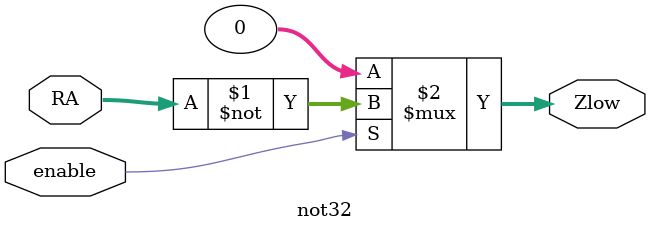
<source format=v>
module not32 (
    input wire [31:0] RA,     // Input operand
    input wire enable,        // Enable signal
    output wire [31:0] Zlow   // Lower 32 bits output for NOT result
);
    // Perform bitwise NOT operation and pass the result to Zlow
    assign Zlow = enable ? ~RA : 32'b0;

endmodule

</source>
